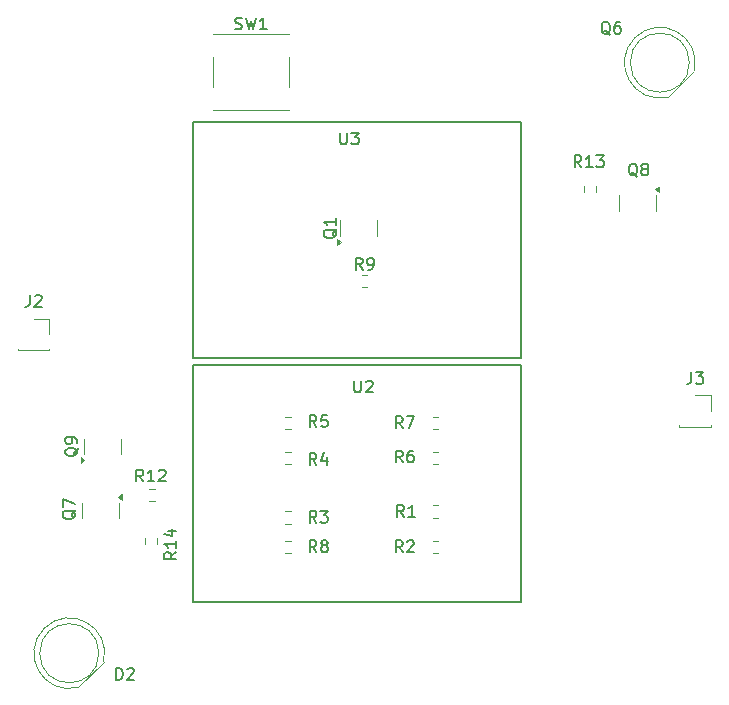
<source format=gbr>
%TF.GenerationSoftware,KiCad,Pcbnew,8.0.1*%
%TF.CreationDate,2024-04-22T14:35:34+03:00*%
%TF.ProjectId,Zar Electronic,5a617220-456c-4656-9374-726f6e69632e,rev?*%
%TF.SameCoordinates,Original*%
%TF.FileFunction,Legend,Top*%
%TF.FilePolarity,Positive*%
%FSLAX46Y46*%
G04 Gerber Fmt 4.6, Leading zero omitted, Abs format (unit mm)*
G04 Created by KiCad (PCBNEW 8.0.1) date 2024-04-22 14:35:34*
%MOMM*%
%LPD*%
G01*
G04 APERTURE LIST*
%ADD10C,0.150000*%
%ADD11C,0.120000*%
G04 APERTURE END LIST*
D10*
X124433333Y-83054819D02*
X124100000Y-82578628D01*
X123861905Y-83054819D02*
X123861905Y-82054819D01*
X123861905Y-82054819D02*
X124242857Y-82054819D01*
X124242857Y-82054819D02*
X124338095Y-82102438D01*
X124338095Y-82102438D02*
X124385714Y-82150057D01*
X124385714Y-82150057D02*
X124433333Y-82245295D01*
X124433333Y-82245295D02*
X124433333Y-82388152D01*
X124433333Y-82388152D02*
X124385714Y-82483390D01*
X124385714Y-82483390D02*
X124338095Y-82531009D01*
X124338095Y-82531009D02*
X124242857Y-82578628D01*
X124242857Y-82578628D02*
X123861905Y-82578628D01*
X125290476Y-82388152D02*
X125290476Y-83054819D01*
X125052381Y-82007200D02*
X124814286Y-82721485D01*
X124814286Y-82721485D02*
X125433333Y-82721485D01*
X104050057Y-86895238D02*
X104002438Y-86990476D01*
X104002438Y-86990476D02*
X103907200Y-87085714D01*
X103907200Y-87085714D02*
X103764342Y-87228571D01*
X103764342Y-87228571D02*
X103716723Y-87323809D01*
X103716723Y-87323809D02*
X103716723Y-87419047D01*
X103954819Y-87371428D02*
X103907200Y-87466666D01*
X103907200Y-87466666D02*
X103811961Y-87561904D01*
X103811961Y-87561904D02*
X103621485Y-87609523D01*
X103621485Y-87609523D02*
X103288152Y-87609523D01*
X103288152Y-87609523D02*
X103097676Y-87561904D01*
X103097676Y-87561904D02*
X103002438Y-87466666D01*
X103002438Y-87466666D02*
X102954819Y-87371428D01*
X102954819Y-87371428D02*
X102954819Y-87180952D01*
X102954819Y-87180952D02*
X103002438Y-87085714D01*
X103002438Y-87085714D02*
X103097676Y-86990476D01*
X103097676Y-86990476D02*
X103288152Y-86942857D01*
X103288152Y-86942857D02*
X103621485Y-86942857D01*
X103621485Y-86942857D02*
X103811961Y-86990476D01*
X103811961Y-86990476D02*
X103907200Y-87085714D01*
X103907200Y-87085714D02*
X103954819Y-87180952D01*
X103954819Y-87180952D02*
X103954819Y-87371428D01*
X102954819Y-86609523D02*
X102954819Y-85942857D01*
X102954819Y-85942857D02*
X103954819Y-86371428D01*
X131833333Y-87454819D02*
X131500000Y-86978628D01*
X131261905Y-87454819D02*
X131261905Y-86454819D01*
X131261905Y-86454819D02*
X131642857Y-86454819D01*
X131642857Y-86454819D02*
X131738095Y-86502438D01*
X131738095Y-86502438D02*
X131785714Y-86550057D01*
X131785714Y-86550057D02*
X131833333Y-86645295D01*
X131833333Y-86645295D02*
X131833333Y-86788152D01*
X131833333Y-86788152D02*
X131785714Y-86883390D01*
X131785714Y-86883390D02*
X131738095Y-86931009D01*
X131738095Y-86931009D02*
X131642857Y-86978628D01*
X131642857Y-86978628D02*
X131261905Y-86978628D01*
X132785714Y-87454819D02*
X132214286Y-87454819D01*
X132500000Y-87454819D02*
X132500000Y-86454819D01*
X132500000Y-86454819D02*
X132404762Y-86597676D01*
X132404762Y-86597676D02*
X132309524Y-86692914D01*
X132309524Y-86692914D02*
X132214286Y-86740533D01*
X127638095Y-75917219D02*
X127638095Y-76726742D01*
X127638095Y-76726742D02*
X127685714Y-76821980D01*
X127685714Y-76821980D02*
X127733333Y-76869600D01*
X127733333Y-76869600D02*
X127828571Y-76917219D01*
X127828571Y-76917219D02*
X128019047Y-76917219D01*
X128019047Y-76917219D02*
X128114285Y-76869600D01*
X128114285Y-76869600D02*
X128161904Y-76821980D01*
X128161904Y-76821980D02*
X128209523Y-76726742D01*
X128209523Y-76726742D02*
X128209523Y-75917219D01*
X128638095Y-76012457D02*
X128685714Y-75964838D01*
X128685714Y-75964838D02*
X128780952Y-75917219D01*
X128780952Y-75917219D02*
X129019047Y-75917219D01*
X129019047Y-75917219D02*
X129114285Y-75964838D01*
X129114285Y-75964838D02*
X129161904Y-76012457D01*
X129161904Y-76012457D02*
X129209523Y-76107695D01*
X129209523Y-76107695D02*
X129209523Y-76202933D01*
X129209523Y-76202933D02*
X129161904Y-76345790D01*
X129161904Y-76345790D02*
X128590476Y-76917219D01*
X128590476Y-76917219D02*
X129209523Y-76917219D01*
X131733333Y-79954819D02*
X131400000Y-79478628D01*
X131161905Y-79954819D02*
X131161905Y-78954819D01*
X131161905Y-78954819D02*
X131542857Y-78954819D01*
X131542857Y-78954819D02*
X131638095Y-79002438D01*
X131638095Y-79002438D02*
X131685714Y-79050057D01*
X131685714Y-79050057D02*
X131733333Y-79145295D01*
X131733333Y-79145295D02*
X131733333Y-79288152D01*
X131733333Y-79288152D02*
X131685714Y-79383390D01*
X131685714Y-79383390D02*
X131638095Y-79431009D01*
X131638095Y-79431009D02*
X131542857Y-79478628D01*
X131542857Y-79478628D02*
X131161905Y-79478628D01*
X132066667Y-78954819D02*
X132733333Y-78954819D01*
X132733333Y-78954819D02*
X132304762Y-79954819D01*
X156166666Y-75184819D02*
X156166666Y-75899104D01*
X156166666Y-75899104D02*
X156119047Y-76041961D01*
X156119047Y-76041961D02*
X156023809Y-76137200D01*
X156023809Y-76137200D02*
X155880952Y-76184819D01*
X155880952Y-76184819D02*
X155785714Y-76184819D01*
X156547619Y-75184819D02*
X157166666Y-75184819D01*
X157166666Y-75184819D02*
X156833333Y-75565771D01*
X156833333Y-75565771D02*
X156976190Y-75565771D01*
X156976190Y-75565771D02*
X157071428Y-75613390D01*
X157071428Y-75613390D02*
X157119047Y-75661009D01*
X157119047Y-75661009D02*
X157166666Y-75756247D01*
X157166666Y-75756247D02*
X157166666Y-75994342D01*
X157166666Y-75994342D02*
X157119047Y-76089580D01*
X157119047Y-76089580D02*
X157071428Y-76137200D01*
X157071428Y-76137200D02*
X156976190Y-76184819D01*
X156976190Y-76184819D02*
X156690476Y-76184819D01*
X156690476Y-76184819D02*
X156595238Y-76137200D01*
X156595238Y-76137200D02*
X156547619Y-76089580D01*
X117538667Y-46141200D02*
X117681524Y-46188819D01*
X117681524Y-46188819D02*
X117919619Y-46188819D01*
X117919619Y-46188819D02*
X118014857Y-46141200D01*
X118014857Y-46141200D02*
X118062476Y-46093580D01*
X118062476Y-46093580D02*
X118110095Y-45998342D01*
X118110095Y-45998342D02*
X118110095Y-45903104D01*
X118110095Y-45903104D02*
X118062476Y-45807866D01*
X118062476Y-45807866D02*
X118014857Y-45760247D01*
X118014857Y-45760247D02*
X117919619Y-45712628D01*
X117919619Y-45712628D02*
X117729143Y-45665009D01*
X117729143Y-45665009D02*
X117633905Y-45617390D01*
X117633905Y-45617390D02*
X117586286Y-45569771D01*
X117586286Y-45569771D02*
X117538667Y-45474533D01*
X117538667Y-45474533D02*
X117538667Y-45379295D01*
X117538667Y-45379295D02*
X117586286Y-45284057D01*
X117586286Y-45284057D02*
X117633905Y-45236438D01*
X117633905Y-45236438D02*
X117729143Y-45188819D01*
X117729143Y-45188819D02*
X117967238Y-45188819D01*
X117967238Y-45188819D02*
X118110095Y-45236438D01*
X118443429Y-45188819D02*
X118681524Y-46188819D01*
X118681524Y-46188819D02*
X118872000Y-45474533D01*
X118872000Y-45474533D02*
X119062476Y-46188819D01*
X119062476Y-46188819D02*
X119300572Y-45188819D01*
X120205333Y-46188819D02*
X119633905Y-46188819D01*
X119919619Y-46188819D02*
X119919619Y-45188819D01*
X119919619Y-45188819D02*
X119824381Y-45331676D01*
X119824381Y-45331676D02*
X119729143Y-45426914D01*
X119729143Y-45426914D02*
X119633905Y-45474533D01*
X151604761Y-58650057D02*
X151509523Y-58602438D01*
X151509523Y-58602438D02*
X151414285Y-58507200D01*
X151414285Y-58507200D02*
X151271428Y-58364342D01*
X151271428Y-58364342D02*
X151176190Y-58316723D01*
X151176190Y-58316723D02*
X151080952Y-58316723D01*
X151128571Y-58554819D02*
X151033333Y-58507200D01*
X151033333Y-58507200D02*
X150938095Y-58411961D01*
X150938095Y-58411961D02*
X150890476Y-58221485D01*
X150890476Y-58221485D02*
X150890476Y-57888152D01*
X150890476Y-57888152D02*
X150938095Y-57697676D01*
X150938095Y-57697676D02*
X151033333Y-57602438D01*
X151033333Y-57602438D02*
X151128571Y-57554819D01*
X151128571Y-57554819D02*
X151319047Y-57554819D01*
X151319047Y-57554819D02*
X151414285Y-57602438D01*
X151414285Y-57602438D02*
X151509523Y-57697676D01*
X151509523Y-57697676D02*
X151557142Y-57888152D01*
X151557142Y-57888152D02*
X151557142Y-58221485D01*
X151557142Y-58221485D02*
X151509523Y-58411961D01*
X151509523Y-58411961D02*
X151414285Y-58507200D01*
X151414285Y-58507200D02*
X151319047Y-58554819D01*
X151319047Y-58554819D02*
X151128571Y-58554819D01*
X152128571Y-57983390D02*
X152033333Y-57935771D01*
X152033333Y-57935771D02*
X151985714Y-57888152D01*
X151985714Y-57888152D02*
X151938095Y-57792914D01*
X151938095Y-57792914D02*
X151938095Y-57745295D01*
X151938095Y-57745295D02*
X151985714Y-57650057D01*
X151985714Y-57650057D02*
X152033333Y-57602438D01*
X152033333Y-57602438D02*
X152128571Y-57554819D01*
X152128571Y-57554819D02*
X152319047Y-57554819D01*
X152319047Y-57554819D02*
X152414285Y-57602438D01*
X152414285Y-57602438D02*
X152461904Y-57650057D01*
X152461904Y-57650057D02*
X152509523Y-57745295D01*
X152509523Y-57745295D02*
X152509523Y-57792914D01*
X152509523Y-57792914D02*
X152461904Y-57888152D01*
X152461904Y-57888152D02*
X152414285Y-57935771D01*
X152414285Y-57935771D02*
X152319047Y-57983390D01*
X152319047Y-57983390D02*
X152128571Y-57983390D01*
X152128571Y-57983390D02*
X152033333Y-58031009D01*
X152033333Y-58031009D02*
X151985714Y-58078628D01*
X151985714Y-58078628D02*
X151938095Y-58173866D01*
X151938095Y-58173866D02*
X151938095Y-58364342D01*
X151938095Y-58364342D02*
X151985714Y-58459580D01*
X151985714Y-58459580D02*
X152033333Y-58507200D01*
X152033333Y-58507200D02*
X152128571Y-58554819D01*
X152128571Y-58554819D02*
X152319047Y-58554819D01*
X152319047Y-58554819D02*
X152414285Y-58507200D01*
X152414285Y-58507200D02*
X152461904Y-58459580D01*
X152461904Y-58459580D02*
X152509523Y-58364342D01*
X152509523Y-58364342D02*
X152509523Y-58173866D01*
X152509523Y-58173866D02*
X152461904Y-58078628D01*
X152461904Y-58078628D02*
X152414285Y-58031009D01*
X152414285Y-58031009D02*
X152319047Y-57983390D01*
X124433333Y-90454819D02*
X124100000Y-89978628D01*
X123861905Y-90454819D02*
X123861905Y-89454819D01*
X123861905Y-89454819D02*
X124242857Y-89454819D01*
X124242857Y-89454819D02*
X124338095Y-89502438D01*
X124338095Y-89502438D02*
X124385714Y-89550057D01*
X124385714Y-89550057D02*
X124433333Y-89645295D01*
X124433333Y-89645295D02*
X124433333Y-89788152D01*
X124433333Y-89788152D02*
X124385714Y-89883390D01*
X124385714Y-89883390D02*
X124338095Y-89931009D01*
X124338095Y-89931009D02*
X124242857Y-89978628D01*
X124242857Y-89978628D02*
X123861905Y-89978628D01*
X125004762Y-89883390D02*
X124909524Y-89835771D01*
X124909524Y-89835771D02*
X124861905Y-89788152D01*
X124861905Y-89788152D02*
X124814286Y-89692914D01*
X124814286Y-89692914D02*
X124814286Y-89645295D01*
X124814286Y-89645295D02*
X124861905Y-89550057D01*
X124861905Y-89550057D02*
X124909524Y-89502438D01*
X124909524Y-89502438D02*
X125004762Y-89454819D01*
X125004762Y-89454819D02*
X125195238Y-89454819D01*
X125195238Y-89454819D02*
X125290476Y-89502438D01*
X125290476Y-89502438D02*
X125338095Y-89550057D01*
X125338095Y-89550057D02*
X125385714Y-89645295D01*
X125385714Y-89645295D02*
X125385714Y-89692914D01*
X125385714Y-89692914D02*
X125338095Y-89788152D01*
X125338095Y-89788152D02*
X125290476Y-89835771D01*
X125290476Y-89835771D02*
X125195238Y-89883390D01*
X125195238Y-89883390D02*
X125004762Y-89883390D01*
X125004762Y-89883390D02*
X124909524Y-89931009D01*
X124909524Y-89931009D02*
X124861905Y-89978628D01*
X124861905Y-89978628D02*
X124814286Y-90073866D01*
X124814286Y-90073866D02*
X124814286Y-90264342D01*
X124814286Y-90264342D02*
X124861905Y-90359580D01*
X124861905Y-90359580D02*
X124909524Y-90407200D01*
X124909524Y-90407200D02*
X125004762Y-90454819D01*
X125004762Y-90454819D02*
X125195238Y-90454819D01*
X125195238Y-90454819D02*
X125290476Y-90407200D01*
X125290476Y-90407200D02*
X125338095Y-90359580D01*
X125338095Y-90359580D02*
X125385714Y-90264342D01*
X125385714Y-90264342D02*
X125385714Y-90073866D01*
X125385714Y-90073866D02*
X125338095Y-89978628D01*
X125338095Y-89978628D02*
X125290476Y-89931009D01*
X125290476Y-89931009D02*
X125195238Y-89883390D01*
X100166666Y-68684819D02*
X100166666Y-69399104D01*
X100166666Y-69399104D02*
X100119047Y-69541961D01*
X100119047Y-69541961D02*
X100023809Y-69637200D01*
X100023809Y-69637200D02*
X99880952Y-69684819D01*
X99880952Y-69684819D02*
X99785714Y-69684819D01*
X100595238Y-68780057D02*
X100642857Y-68732438D01*
X100642857Y-68732438D02*
X100738095Y-68684819D01*
X100738095Y-68684819D02*
X100976190Y-68684819D01*
X100976190Y-68684819D02*
X101071428Y-68732438D01*
X101071428Y-68732438D02*
X101119047Y-68780057D01*
X101119047Y-68780057D02*
X101166666Y-68875295D01*
X101166666Y-68875295D02*
X101166666Y-68970533D01*
X101166666Y-68970533D02*
X101119047Y-69113390D01*
X101119047Y-69113390D02*
X100547619Y-69684819D01*
X100547619Y-69684819D02*
X101166666Y-69684819D01*
X124433333Y-79854819D02*
X124100000Y-79378628D01*
X123861905Y-79854819D02*
X123861905Y-78854819D01*
X123861905Y-78854819D02*
X124242857Y-78854819D01*
X124242857Y-78854819D02*
X124338095Y-78902438D01*
X124338095Y-78902438D02*
X124385714Y-78950057D01*
X124385714Y-78950057D02*
X124433333Y-79045295D01*
X124433333Y-79045295D02*
X124433333Y-79188152D01*
X124433333Y-79188152D02*
X124385714Y-79283390D01*
X124385714Y-79283390D02*
X124338095Y-79331009D01*
X124338095Y-79331009D02*
X124242857Y-79378628D01*
X124242857Y-79378628D02*
X123861905Y-79378628D01*
X125338095Y-78854819D02*
X124861905Y-78854819D01*
X124861905Y-78854819D02*
X124814286Y-79331009D01*
X124814286Y-79331009D02*
X124861905Y-79283390D01*
X124861905Y-79283390D02*
X124957143Y-79235771D01*
X124957143Y-79235771D02*
X125195238Y-79235771D01*
X125195238Y-79235771D02*
X125290476Y-79283390D01*
X125290476Y-79283390D02*
X125338095Y-79331009D01*
X125338095Y-79331009D02*
X125385714Y-79426247D01*
X125385714Y-79426247D02*
X125385714Y-79664342D01*
X125385714Y-79664342D02*
X125338095Y-79759580D01*
X125338095Y-79759580D02*
X125290476Y-79807200D01*
X125290476Y-79807200D02*
X125195238Y-79854819D01*
X125195238Y-79854819D02*
X124957143Y-79854819D01*
X124957143Y-79854819D02*
X124861905Y-79807200D01*
X124861905Y-79807200D02*
X124814286Y-79759580D01*
X112554819Y-90442857D02*
X112078628Y-90776190D01*
X112554819Y-91014285D02*
X111554819Y-91014285D01*
X111554819Y-91014285D02*
X111554819Y-90633333D01*
X111554819Y-90633333D02*
X111602438Y-90538095D01*
X111602438Y-90538095D02*
X111650057Y-90490476D01*
X111650057Y-90490476D02*
X111745295Y-90442857D01*
X111745295Y-90442857D02*
X111888152Y-90442857D01*
X111888152Y-90442857D02*
X111983390Y-90490476D01*
X111983390Y-90490476D02*
X112031009Y-90538095D01*
X112031009Y-90538095D02*
X112078628Y-90633333D01*
X112078628Y-90633333D02*
X112078628Y-91014285D01*
X112554819Y-89490476D02*
X112554819Y-90061904D01*
X112554819Y-89776190D02*
X111554819Y-89776190D01*
X111554819Y-89776190D02*
X111697676Y-89871428D01*
X111697676Y-89871428D02*
X111792914Y-89966666D01*
X111792914Y-89966666D02*
X111840533Y-90061904D01*
X111888152Y-88633333D02*
X112554819Y-88633333D01*
X111507200Y-88871428D02*
X112221485Y-89109523D01*
X112221485Y-89109523D02*
X112221485Y-88490476D01*
X126438095Y-54917219D02*
X126438095Y-55726742D01*
X126438095Y-55726742D02*
X126485714Y-55821980D01*
X126485714Y-55821980D02*
X126533333Y-55869600D01*
X126533333Y-55869600D02*
X126628571Y-55917219D01*
X126628571Y-55917219D02*
X126819047Y-55917219D01*
X126819047Y-55917219D02*
X126914285Y-55869600D01*
X126914285Y-55869600D02*
X126961904Y-55821980D01*
X126961904Y-55821980D02*
X127009523Y-55726742D01*
X127009523Y-55726742D02*
X127009523Y-54917219D01*
X127390476Y-54917219D02*
X128009523Y-54917219D01*
X128009523Y-54917219D02*
X127676190Y-55298171D01*
X127676190Y-55298171D02*
X127819047Y-55298171D01*
X127819047Y-55298171D02*
X127914285Y-55345790D01*
X127914285Y-55345790D02*
X127961904Y-55393409D01*
X127961904Y-55393409D02*
X128009523Y-55488647D01*
X128009523Y-55488647D02*
X128009523Y-55726742D01*
X128009523Y-55726742D02*
X127961904Y-55821980D01*
X127961904Y-55821980D02*
X127914285Y-55869600D01*
X127914285Y-55869600D02*
X127819047Y-55917219D01*
X127819047Y-55917219D02*
X127533333Y-55917219D01*
X127533333Y-55917219D02*
X127438095Y-55869600D01*
X127438095Y-55869600D02*
X127390476Y-55821980D01*
X146857142Y-57854819D02*
X146523809Y-57378628D01*
X146285714Y-57854819D02*
X146285714Y-56854819D01*
X146285714Y-56854819D02*
X146666666Y-56854819D01*
X146666666Y-56854819D02*
X146761904Y-56902438D01*
X146761904Y-56902438D02*
X146809523Y-56950057D01*
X146809523Y-56950057D02*
X146857142Y-57045295D01*
X146857142Y-57045295D02*
X146857142Y-57188152D01*
X146857142Y-57188152D02*
X146809523Y-57283390D01*
X146809523Y-57283390D02*
X146761904Y-57331009D01*
X146761904Y-57331009D02*
X146666666Y-57378628D01*
X146666666Y-57378628D02*
X146285714Y-57378628D01*
X147809523Y-57854819D02*
X147238095Y-57854819D01*
X147523809Y-57854819D02*
X147523809Y-56854819D01*
X147523809Y-56854819D02*
X147428571Y-56997676D01*
X147428571Y-56997676D02*
X147333333Y-57092914D01*
X147333333Y-57092914D02*
X147238095Y-57140533D01*
X148142857Y-56854819D02*
X148761904Y-56854819D01*
X148761904Y-56854819D02*
X148428571Y-57235771D01*
X148428571Y-57235771D02*
X148571428Y-57235771D01*
X148571428Y-57235771D02*
X148666666Y-57283390D01*
X148666666Y-57283390D02*
X148714285Y-57331009D01*
X148714285Y-57331009D02*
X148761904Y-57426247D01*
X148761904Y-57426247D02*
X148761904Y-57664342D01*
X148761904Y-57664342D02*
X148714285Y-57759580D01*
X148714285Y-57759580D02*
X148666666Y-57807200D01*
X148666666Y-57807200D02*
X148571428Y-57854819D01*
X148571428Y-57854819D02*
X148285714Y-57854819D01*
X148285714Y-57854819D02*
X148190476Y-57807200D01*
X148190476Y-57807200D02*
X148142857Y-57759580D01*
X109757142Y-84454819D02*
X109423809Y-83978628D01*
X109185714Y-84454819D02*
X109185714Y-83454819D01*
X109185714Y-83454819D02*
X109566666Y-83454819D01*
X109566666Y-83454819D02*
X109661904Y-83502438D01*
X109661904Y-83502438D02*
X109709523Y-83550057D01*
X109709523Y-83550057D02*
X109757142Y-83645295D01*
X109757142Y-83645295D02*
X109757142Y-83788152D01*
X109757142Y-83788152D02*
X109709523Y-83883390D01*
X109709523Y-83883390D02*
X109661904Y-83931009D01*
X109661904Y-83931009D02*
X109566666Y-83978628D01*
X109566666Y-83978628D02*
X109185714Y-83978628D01*
X110709523Y-84454819D02*
X110138095Y-84454819D01*
X110423809Y-84454819D02*
X110423809Y-83454819D01*
X110423809Y-83454819D02*
X110328571Y-83597676D01*
X110328571Y-83597676D02*
X110233333Y-83692914D01*
X110233333Y-83692914D02*
X110138095Y-83740533D01*
X111090476Y-83550057D02*
X111138095Y-83502438D01*
X111138095Y-83502438D02*
X111233333Y-83454819D01*
X111233333Y-83454819D02*
X111471428Y-83454819D01*
X111471428Y-83454819D02*
X111566666Y-83502438D01*
X111566666Y-83502438D02*
X111614285Y-83550057D01*
X111614285Y-83550057D02*
X111661904Y-83645295D01*
X111661904Y-83645295D02*
X111661904Y-83740533D01*
X111661904Y-83740533D02*
X111614285Y-83883390D01*
X111614285Y-83883390D02*
X111042857Y-84454819D01*
X111042857Y-84454819D02*
X111661904Y-84454819D01*
X131733333Y-82854819D02*
X131400000Y-82378628D01*
X131161905Y-82854819D02*
X131161905Y-81854819D01*
X131161905Y-81854819D02*
X131542857Y-81854819D01*
X131542857Y-81854819D02*
X131638095Y-81902438D01*
X131638095Y-81902438D02*
X131685714Y-81950057D01*
X131685714Y-81950057D02*
X131733333Y-82045295D01*
X131733333Y-82045295D02*
X131733333Y-82188152D01*
X131733333Y-82188152D02*
X131685714Y-82283390D01*
X131685714Y-82283390D02*
X131638095Y-82331009D01*
X131638095Y-82331009D02*
X131542857Y-82378628D01*
X131542857Y-82378628D02*
X131161905Y-82378628D01*
X132590476Y-81854819D02*
X132400000Y-81854819D01*
X132400000Y-81854819D02*
X132304762Y-81902438D01*
X132304762Y-81902438D02*
X132257143Y-81950057D01*
X132257143Y-81950057D02*
X132161905Y-82092914D01*
X132161905Y-82092914D02*
X132114286Y-82283390D01*
X132114286Y-82283390D02*
X132114286Y-82664342D01*
X132114286Y-82664342D02*
X132161905Y-82759580D01*
X132161905Y-82759580D02*
X132209524Y-82807200D01*
X132209524Y-82807200D02*
X132304762Y-82854819D01*
X132304762Y-82854819D02*
X132495238Y-82854819D01*
X132495238Y-82854819D02*
X132590476Y-82807200D01*
X132590476Y-82807200D02*
X132638095Y-82759580D01*
X132638095Y-82759580D02*
X132685714Y-82664342D01*
X132685714Y-82664342D02*
X132685714Y-82426247D01*
X132685714Y-82426247D02*
X132638095Y-82331009D01*
X132638095Y-82331009D02*
X132590476Y-82283390D01*
X132590476Y-82283390D02*
X132495238Y-82235771D01*
X132495238Y-82235771D02*
X132304762Y-82235771D01*
X132304762Y-82235771D02*
X132209524Y-82283390D01*
X132209524Y-82283390D02*
X132161905Y-82331009D01*
X132161905Y-82331009D02*
X132114286Y-82426247D01*
X126150057Y-63095238D02*
X126102438Y-63190476D01*
X126102438Y-63190476D02*
X126007200Y-63285714D01*
X126007200Y-63285714D02*
X125864342Y-63428571D01*
X125864342Y-63428571D02*
X125816723Y-63523809D01*
X125816723Y-63523809D02*
X125816723Y-63619047D01*
X126054819Y-63571428D02*
X126007200Y-63666666D01*
X126007200Y-63666666D02*
X125911961Y-63761904D01*
X125911961Y-63761904D02*
X125721485Y-63809523D01*
X125721485Y-63809523D02*
X125388152Y-63809523D01*
X125388152Y-63809523D02*
X125197676Y-63761904D01*
X125197676Y-63761904D02*
X125102438Y-63666666D01*
X125102438Y-63666666D02*
X125054819Y-63571428D01*
X125054819Y-63571428D02*
X125054819Y-63380952D01*
X125054819Y-63380952D02*
X125102438Y-63285714D01*
X125102438Y-63285714D02*
X125197676Y-63190476D01*
X125197676Y-63190476D02*
X125388152Y-63142857D01*
X125388152Y-63142857D02*
X125721485Y-63142857D01*
X125721485Y-63142857D02*
X125911961Y-63190476D01*
X125911961Y-63190476D02*
X126007200Y-63285714D01*
X126007200Y-63285714D02*
X126054819Y-63380952D01*
X126054819Y-63380952D02*
X126054819Y-63571428D01*
X126054819Y-62190476D02*
X126054819Y-62761904D01*
X126054819Y-62476190D02*
X125054819Y-62476190D01*
X125054819Y-62476190D02*
X125197676Y-62571428D01*
X125197676Y-62571428D02*
X125292914Y-62666666D01*
X125292914Y-62666666D02*
X125340533Y-62761904D01*
X107461905Y-101254819D02*
X107461905Y-100254819D01*
X107461905Y-100254819D02*
X107700000Y-100254819D01*
X107700000Y-100254819D02*
X107842857Y-100302438D01*
X107842857Y-100302438D02*
X107938095Y-100397676D01*
X107938095Y-100397676D02*
X107985714Y-100492914D01*
X107985714Y-100492914D02*
X108033333Y-100683390D01*
X108033333Y-100683390D02*
X108033333Y-100826247D01*
X108033333Y-100826247D02*
X107985714Y-101016723D01*
X107985714Y-101016723D02*
X107938095Y-101111961D01*
X107938095Y-101111961D02*
X107842857Y-101207200D01*
X107842857Y-101207200D02*
X107700000Y-101254819D01*
X107700000Y-101254819D02*
X107461905Y-101254819D01*
X108414286Y-100350057D02*
X108461905Y-100302438D01*
X108461905Y-100302438D02*
X108557143Y-100254819D01*
X108557143Y-100254819D02*
X108795238Y-100254819D01*
X108795238Y-100254819D02*
X108890476Y-100302438D01*
X108890476Y-100302438D02*
X108938095Y-100350057D01*
X108938095Y-100350057D02*
X108985714Y-100445295D01*
X108985714Y-100445295D02*
X108985714Y-100540533D01*
X108985714Y-100540533D02*
X108938095Y-100683390D01*
X108938095Y-100683390D02*
X108366667Y-101254819D01*
X108366667Y-101254819D02*
X108985714Y-101254819D01*
X149304761Y-46650057D02*
X149209523Y-46602438D01*
X149209523Y-46602438D02*
X149114285Y-46507200D01*
X149114285Y-46507200D02*
X148971428Y-46364342D01*
X148971428Y-46364342D02*
X148876190Y-46316723D01*
X148876190Y-46316723D02*
X148780952Y-46316723D01*
X148828571Y-46554819D02*
X148733333Y-46507200D01*
X148733333Y-46507200D02*
X148638095Y-46411961D01*
X148638095Y-46411961D02*
X148590476Y-46221485D01*
X148590476Y-46221485D02*
X148590476Y-45888152D01*
X148590476Y-45888152D02*
X148638095Y-45697676D01*
X148638095Y-45697676D02*
X148733333Y-45602438D01*
X148733333Y-45602438D02*
X148828571Y-45554819D01*
X148828571Y-45554819D02*
X149019047Y-45554819D01*
X149019047Y-45554819D02*
X149114285Y-45602438D01*
X149114285Y-45602438D02*
X149209523Y-45697676D01*
X149209523Y-45697676D02*
X149257142Y-45888152D01*
X149257142Y-45888152D02*
X149257142Y-46221485D01*
X149257142Y-46221485D02*
X149209523Y-46411961D01*
X149209523Y-46411961D02*
X149114285Y-46507200D01*
X149114285Y-46507200D02*
X149019047Y-46554819D01*
X149019047Y-46554819D02*
X148828571Y-46554819D01*
X150114285Y-45554819D02*
X149923809Y-45554819D01*
X149923809Y-45554819D02*
X149828571Y-45602438D01*
X149828571Y-45602438D02*
X149780952Y-45650057D01*
X149780952Y-45650057D02*
X149685714Y-45792914D01*
X149685714Y-45792914D02*
X149638095Y-45983390D01*
X149638095Y-45983390D02*
X149638095Y-46364342D01*
X149638095Y-46364342D02*
X149685714Y-46459580D01*
X149685714Y-46459580D02*
X149733333Y-46507200D01*
X149733333Y-46507200D02*
X149828571Y-46554819D01*
X149828571Y-46554819D02*
X150019047Y-46554819D01*
X150019047Y-46554819D02*
X150114285Y-46507200D01*
X150114285Y-46507200D02*
X150161904Y-46459580D01*
X150161904Y-46459580D02*
X150209523Y-46364342D01*
X150209523Y-46364342D02*
X150209523Y-46126247D01*
X150209523Y-46126247D02*
X150161904Y-46031009D01*
X150161904Y-46031009D02*
X150114285Y-45983390D01*
X150114285Y-45983390D02*
X150019047Y-45935771D01*
X150019047Y-45935771D02*
X149828571Y-45935771D01*
X149828571Y-45935771D02*
X149733333Y-45983390D01*
X149733333Y-45983390D02*
X149685714Y-46031009D01*
X149685714Y-46031009D02*
X149638095Y-46126247D01*
X104250057Y-81595238D02*
X104202438Y-81690476D01*
X104202438Y-81690476D02*
X104107200Y-81785714D01*
X104107200Y-81785714D02*
X103964342Y-81928571D01*
X103964342Y-81928571D02*
X103916723Y-82023809D01*
X103916723Y-82023809D02*
X103916723Y-82119047D01*
X104154819Y-82071428D02*
X104107200Y-82166666D01*
X104107200Y-82166666D02*
X104011961Y-82261904D01*
X104011961Y-82261904D02*
X103821485Y-82309523D01*
X103821485Y-82309523D02*
X103488152Y-82309523D01*
X103488152Y-82309523D02*
X103297676Y-82261904D01*
X103297676Y-82261904D02*
X103202438Y-82166666D01*
X103202438Y-82166666D02*
X103154819Y-82071428D01*
X103154819Y-82071428D02*
X103154819Y-81880952D01*
X103154819Y-81880952D02*
X103202438Y-81785714D01*
X103202438Y-81785714D02*
X103297676Y-81690476D01*
X103297676Y-81690476D02*
X103488152Y-81642857D01*
X103488152Y-81642857D02*
X103821485Y-81642857D01*
X103821485Y-81642857D02*
X104011961Y-81690476D01*
X104011961Y-81690476D02*
X104107200Y-81785714D01*
X104107200Y-81785714D02*
X104154819Y-81880952D01*
X104154819Y-81880952D02*
X104154819Y-82071428D01*
X104154819Y-81166666D02*
X104154819Y-80976190D01*
X104154819Y-80976190D02*
X104107200Y-80880952D01*
X104107200Y-80880952D02*
X104059580Y-80833333D01*
X104059580Y-80833333D02*
X103916723Y-80738095D01*
X103916723Y-80738095D02*
X103726247Y-80690476D01*
X103726247Y-80690476D02*
X103345295Y-80690476D01*
X103345295Y-80690476D02*
X103250057Y-80738095D01*
X103250057Y-80738095D02*
X103202438Y-80785714D01*
X103202438Y-80785714D02*
X103154819Y-80880952D01*
X103154819Y-80880952D02*
X103154819Y-81071428D01*
X103154819Y-81071428D02*
X103202438Y-81166666D01*
X103202438Y-81166666D02*
X103250057Y-81214285D01*
X103250057Y-81214285D02*
X103345295Y-81261904D01*
X103345295Y-81261904D02*
X103583390Y-81261904D01*
X103583390Y-81261904D02*
X103678628Y-81214285D01*
X103678628Y-81214285D02*
X103726247Y-81166666D01*
X103726247Y-81166666D02*
X103773866Y-81071428D01*
X103773866Y-81071428D02*
X103773866Y-80880952D01*
X103773866Y-80880952D02*
X103726247Y-80785714D01*
X103726247Y-80785714D02*
X103678628Y-80738095D01*
X103678628Y-80738095D02*
X103583390Y-80690476D01*
X131733333Y-90454819D02*
X131400000Y-89978628D01*
X131161905Y-90454819D02*
X131161905Y-89454819D01*
X131161905Y-89454819D02*
X131542857Y-89454819D01*
X131542857Y-89454819D02*
X131638095Y-89502438D01*
X131638095Y-89502438D02*
X131685714Y-89550057D01*
X131685714Y-89550057D02*
X131733333Y-89645295D01*
X131733333Y-89645295D02*
X131733333Y-89788152D01*
X131733333Y-89788152D02*
X131685714Y-89883390D01*
X131685714Y-89883390D02*
X131638095Y-89931009D01*
X131638095Y-89931009D02*
X131542857Y-89978628D01*
X131542857Y-89978628D02*
X131161905Y-89978628D01*
X132114286Y-89550057D02*
X132161905Y-89502438D01*
X132161905Y-89502438D02*
X132257143Y-89454819D01*
X132257143Y-89454819D02*
X132495238Y-89454819D01*
X132495238Y-89454819D02*
X132590476Y-89502438D01*
X132590476Y-89502438D02*
X132638095Y-89550057D01*
X132638095Y-89550057D02*
X132685714Y-89645295D01*
X132685714Y-89645295D02*
X132685714Y-89740533D01*
X132685714Y-89740533D02*
X132638095Y-89883390D01*
X132638095Y-89883390D02*
X132066667Y-90454819D01*
X132066667Y-90454819D02*
X132685714Y-90454819D01*
X128333333Y-66554819D02*
X128000000Y-66078628D01*
X127761905Y-66554819D02*
X127761905Y-65554819D01*
X127761905Y-65554819D02*
X128142857Y-65554819D01*
X128142857Y-65554819D02*
X128238095Y-65602438D01*
X128238095Y-65602438D02*
X128285714Y-65650057D01*
X128285714Y-65650057D02*
X128333333Y-65745295D01*
X128333333Y-65745295D02*
X128333333Y-65888152D01*
X128333333Y-65888152D02*
X128285714Y-65983390D01*
X128285714Y-65983390D02*
X128238095Y-66031009D01*
X128238095Y-66031009D02*
X128142857Y-66078628D01*
X128142857Y-66078628D02*
X127761905Y-66078628D01*
X128809524Y-66554819D02*
X129000000Y-66554819D01*
X129000000Y-66554819D02*
X129095238Y-66507200D01*
X129095238Y-66507200D02*
X129142857Y-66459580D01*
X129142857Y-66459580D02*
X129238095Y-66316723D01*
X129238095Y-66316723D02*
X129285714Y-66126247D01*
X129285714Y-66126247D02*
X129285714Y-65745295D01*
X129285714Y-65745295D02*
X129238095Y-65650057D01*
X129238095Y-65650057D02*
X129190476Y-65602438D01*
X129190476Y-65602438D02*
X129095238Y-65554819D01*
X129095238Y-65554819D02*
X128904762Y-65554819D01*
X128904762Y-65554819D02*
X128809524Y-65602438D01*
X128809524Y-65602438D02*
X128761905Y-65650057D01*
X128761905Y-65650057D02*
X128714286Y-65745295D01*
X128714286Y-65745295D02*
X128714286Y-65983390D01*
X128714286Y-65983390D02*
X128761905Y-66078628D01*
X128761905Y-66078628D02*
X128809524Y-66126247D01*
X128809524Y-66126247D02*
X128904762Y-66173866D01*
X128904762Y-66173866D02*
X129095238Y-66173866D01*
X129095238Y-66173866D02*
X129190476Y-66126247D01*
X129190476Y-66126247D02*
X129238095Y-66078628D01*
X129238095Y-66078628D02*
X129285714Y-65983390D01*
X124433333Y-87954819D02*
X124100000Y-87478628D01*
X123861905Y-87954819D02*
X123861905Y-86954819D01*
X123861905Y-86954819D02*
X124242857Y-86954819D01*
X124242857Y-86954819D02*
X124338095Y-87002438D01*
X124338095Y-87002438D02*
X124385714Y-87050057D01*
X124385714Y-87050057D02*
X124433333Y-87145295D01*
X124433333Y-87145295D02*
X124433333Y-87288152D01*
X124433333Y-87288152D02*
X124385714Y-87383390D01*
X124385714Y-87383390D02*
X124338095Y-87431009D01*
X124338095Y-87431009D02*
X124242857Y-87478628D01*
X124242857Y-87478628D02*
X123861905Y-87478628D01*
X124766667Y-86954819D02*
X125385714Y-86954819D01*
X125385714Y-86954819D02*
X125052381Y-87335771D01*
X125052381Y-87335771D02*
X125195238Y-87335771D01*
X125195238Y-87335771D02*
X125290476Y-87383390D01*
X125290476Y-87383390D02*
X125338095Y-87431009D01*
X125338095Y-87431009D02*
X125385714Y-87526247D01*
X125385714Y-87526247D02*
X125385714Y-87764342D01*
X125385714Y-87764342D02*
X125338095Y-87859580D01*
X125338095Y-87859580D02*
X125290476Y-87907200D01*
X125290476Y-87907200D02*
X125195238Y-87954819D01*
X125195238Y-87954819D02*
X124909524Y-87954819D01*
X124909524Y-87954819D02*
X124814286Y-87907200D01*
X124814286Y-87907200D02*
X124766667Y-87859580D01*
D11*
%TO.C,R4*%
X121762742Y-81977500D02*
X122237258Y-81977500D01*
X121762742Y-83022500D02*
X122237258Y-83022500D01*
%TO.C,Q7*%
X104590000Y-86937500D02*
X104590000Y-86287500D01*
X104590000Y-86937500D02*
X104590000Y-87587500D01*
X107710000Y-86937500D02*
X107710000Y-86287500D01*
X107710000Y-86937500D02*
X107710000Y-87587500D01*
X107990000Y-86015000D02*
X107660000Y-85775000D01*
X107990000Y-85535000D01*
X107990000Y-86015000D01*
G36*
X107990000Y-86015000D02*
G01*
X107660000Y-85775000D01*
X107990000Y-85535000D01*
X107990000Y-86015000D01*
G37*
%TO.C,R1*%
X134737258Y-86477500D02*
X134262742Y-86477500D01*
X134737258Y-87522500D02*
X134262742Y-87522500D01*
%TO.C,U2*%
D10*
X114015000Y-74642400D02*
X141715000Y-74642400D01*
X141715000Y-94642400D01*
X114015000Y-94642400D01*
X114015000Y-74642400D01*
D11*
%TO.C,R7*%
X134737258Y-78977500D02*
X134262742Y-78977500D01*
X134737258Y-80022500D02*
X134262742Y-80022500D01*
%TO.C,J3*%
X155170000Y-79710000D02*
X155170000Y-79830000D01*
X155170000Y-79830000D02*
X157830000Y-79830000D01*
X156500000Y-77170000D02*
X157830000Y-77170000D01*
X157830000Y-77170000D02*
X157830000Y-78500000D01*
X157830000Y-79710000D02*
X157830000Y-79830000D01*
%TO.C,SW1*%
X115642000Y-46554000D02*
X122102000Y-46554000D01*
X115642000Y-46584000D02*
X115642000Y-46554000D01*
X115642000Y-48484000D02*
X115642000Y-51084000D01*
X115642000Y-53014000D02*
X115642000Y-52984000D01*
X115642000Y-53014000D02*
X122102000Y-53014000D01*
X122102000Y-46554000D02*
X122102000Y-46584000D01*
X122102000Y-48484000D02*
X122102000Y-51084000D01*
X122102000Y-53014000D02*
X122102000Y-52984000D01*
%TO.C,Q8*%
X150040000Y-60900000D02*
X150040000Y-60250000D01*
X150040000Y-60900000D02*
X150040000Y-61550000D01*
X153160000Y-60900000D02*
X153160000Y-60250000D01*
X153160000Y-60900000D02*
X153160000Y-61550000D01*
X153440000Y-59977500D02*
X153110000Y-59737500D01*
X153440000Y-59497500D01*
X153440000Y-59977500D01*
G36*
X153440000Y-59977500D02*
G01*
X153110000Y-59737500D01*
X153440000Y-59497500D01*
X153440000Y-59977500D01*
G37*
%TO.C,R8*%
X121762742Y-89477500D02*
X122237258Y-89477500D01*
X121762742Y-90522500D02*
X122237258Y-90522500D01*
%TO.C,J2*%
X99170000Y-73210000D02*
X99170000Y-73330000D01*
X99170000Y-73330000D02*
X101830000Y-73330000D01*
X100500000Y-70670000D02*
X101830000Y-70670000D01*
X101830000Y-70670000D02*
X101830000Y-72000000D01*
X101830000Y-73210000D02*
X101830000Y-73330000D01*
%TO.C,R5*%
X121762742Y-78977500D02*
X122237258Y-78977500D01*
X121762742Y-80022500D02*
X122237258Y-80022500D01*
%TO.C,R14*%
X109877500Y-89737258D02*
X109877500Y-89262742D01*
X110922500Y-89737258D02*
X110922500Y-89262742D01*
%TO.C,U3*%
D10*
X114015000Y-54042400D02*
X141715000Y-54042400D01*
X141715000Y-74042400D01*
X114015000Y-74042400D01*
X114015000Y-54042400D01*
D11*
%TO.C,R13*%
X147077500Y-59937258D02*
X147077500Y-59462742D01*
X148122500Y-59937258D02*
X148122500Y-59462742D01*
%TO.C,R12*%
X110262742Y-85077500D02*
X110737258Y-85077500D01*
X110262742Y-86122500D02*
X110737258Y-86122500D01*
%TO.C,R6*%
X134737258Y-81977500D02*
X134262742Y-81977500D01*
X134737258Y-83022500D02*
X134262742Y-83022500D01*
%TO.C,Q1*%
X126440000Y-63000000D02*
X126440000Y-62350000D01*
X126440000Y-63000000D02*
X126440000Y-63650000D01*
X129560000Y-63000000D02*
X129560000Y-62350000D01*
X129560000Y-63000000D02*
X129560000Y-63650000D01*
X126490000Y-64162500D02*
X126160000Y-64402500D01*
X126160000Y-63922500D01*
X126490000Y-64162500D01*
G36*
X126490000Y-64162500D02*
G01*
X126160000Y-64402500D01*
X126160000Y-63922500D01*
X126490000Y-64162500D01*
G37*
%TO.C,D2*%
X104221249Y-101906209D02*
X106406209Y-99721249D01*
X101388959Y-96889613D02*
G75*
G02*
X106406088Y-99721369I2114576J-2113923D01*
G01*
X104221369Y-101906088D02*
G75*
G02*
X101389613Y-96888959I-717834J2902553D01*
G01*
X106003535Y-99003535D02*
G75*
G02*
X101003535Y-99003535I-2500000J0D01*
G01*
X101003535Y-99003535D02*
G75*
G02*
X106003535Y-99003535I2500000J0D01*
G01*
%TO.C,Q6*%
X154221250Y-51906210D02*
X156406210Y-49721250D01*
X151388960Y-46889614D02*
G75*
G02*
X156406089Y-49721370I2114576J-2113923D01*
G01*
X154221370Y-51906089D02*
G75*
G02*
X151389614Y-46888960I-717834J2902553D01*
G01*
X156003536Y-49003536D02*
G75*
G02*
X151003536Y-49003536I-2500000J0D01*
G01*
X151003536Y-49003536D02*
G75*
G02*
X156003536Y-49003536I2500000J0D01*
G01*
%TO.C,Q9*%
X104740000Y-81500000D02*
X104740000Y-80850000D01*
X104740000Y-81500000D02*
X104740000Y-82150000D01*
X107860000Y-81500000D02*
X107860000Y-80850000D01*
X107860000Y-81500000D02*
X107860000Y-82150000D01*
X104790000Y-82662500D02*
X104460000Y-82902500D01*
X104460000Y-82422500D01*
X104790000Y-82662500D01*
G36*
X104790000Y-82662500D02*
G01*
X104460000Y-82902500D01*
X104460000Y-82422500D01*
X104790000Y-82662500D01*
G37*
%TO.C,R2*%
X134737258Y-89477500D02*
X134262742Y-89477500D01*
X134737258Y-90522500D02*
X134262742Y-90522500D01*
%TO.C,R9*%
X128737258Y-66977500D02*
X128262742Y-66977500D01*
X128737258Y-68022500D02*
X128262742Y-68022500D01*
%TO.C,R3*%
X121762742Y-86977500D02*
X122237258Y-86977500D01*
X121762742Y-88022500D02*
X122237258Y-88022500D01*
%TD*%
M02*

</source>
